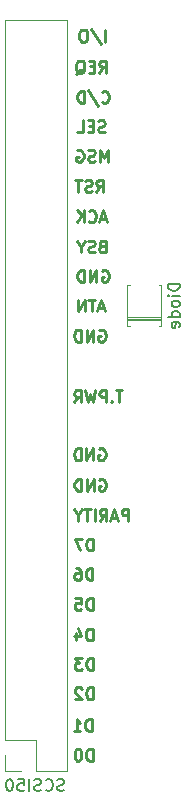
<source format=gbr>
%TF.GenerationSoftware,KiCad,Pcbnew,7.0.5-0*%
%TF.CreationDate,2023-05-30T18:10:53-04:00*%
%TF.ProjectId,SCSI adapter version 3,53435349-2061-4646-9170-746572207665,rev?*%
%TF.SameCoordinates,Original*%
%TF.FileFunction,Legend,Bot*%
%TF.FilePolarity,Positive*%
%FSLAX46Y46*%
G04 Gerber Fmt 4.6, Leading zero omitted, Abs format (unit mm)*
G04 Created by KiCad (PCBNEW 7.0.5-0) date 2023-05-30 18:10:53*
%MOMM*%
%LPD*%
G01*
G04 APERTURE LIST*
%ADD10C,0.250000*%
%ADD11C,0.150000*%
%ADD12C,0.120000*%
G04 APERTURE END LIST*
D10*
X64785425Y-79344670D02*
X65118758Y-78868479D01*
X65356853Y-79344670D02*
X65356853Y-78344670D01*
X65356853Y-78344670D02*
X64975901Y-78344670D01*
X64975901Y-78344670D02*
X64880663Y-78392289D01*
X64880663Y-78392289D02*
X64833044Y-78439908D01*
X64833044Y-78439908D02*
X64785425Y-78535146D01*
X64785425Y-78535146D02*
X64785425Y-78678003D01*
X64785425Y-78678003D02*
X64833044Y-78773241D01*
X64833044Y-78773241D02*
X64880663Y-78820860D01*
X64880663Y-78820860D02*
X64975901Y-78868479D01*
X64975901Y-78868479D02*
X65356853Y-78868479D01*
X64356853Y-78820860D02*
X64023520Y-78820860D01*
X63880663Y-79344670D02*
X64356853Y-79344670D01*
X64356853Y-79344670D02*
X64356853Y-78344670D01*
X64356853Y-78344670D02*
X63880663Y-78344670D01*
X62785425Y-79439908D02*
X62880663Y-79392289D01*
X62880663Y-79392289D02*
X62975901Y-79297051D01*
X62975901Y-79297051D02*
X63118758Y-79154193D01*
X63118758Y-79154193D02*
X63213996Y-79106574D01*
X63213996Y-79106574D02*
X63309234Y-79106574D01*
X63261615Y-79344670D02*
X63356853Y-79297051D01*
X63356853Y-79297051D02*
X63452091Y-79201812D01*
X63452091Y-79201812D02*
X63499710Y-79011336D01*
X63499710Y-79011336D02*
X63499710Y-78678003D01*
X63499710Y-78678003D02*
X63452091Y-78487527D01*
X63452091Y-78487527D02*
X63356853Y-78392289D01*
X63356853Y-78392289D02*
X63261615Y-78344670D01*
X63261615Y-78344670D02*
X63071139Y-78344670D01*
X63071139Y-78344670D02*
X62975901Y-78392289D01*
X62975901Y-78392289D02*
X62880663Y-78487527D01*
X62880663Y-78487527D02*
X62833044Y-78678003D01*
X62833044Y-78678003D02*
X62833044Y-79011336D01*
X62833044Y-79011336D02*
X62880663Y-79201812D01*
X62880663Y-79201812D02*
X62975901Y-79297051D01*
X62975901Y-79297051D02*
X63071139Y-79344670D01*
X63071139Y-79344670D02*
X63261615Y-79344670D01*
X64202230Y-137607350D02*
X64202230Y-136607350D01*
X64202230Y-136607350D02*
X63964135Y-136607350D01*
X63964135Y-136607350D02*
X63821278Y-136654969D01*
X63821278Y-136654969D02*
X63726040Y-136750207D01*
X63726040Y-136750207D02*
X63678421Y-136845445D01*
X63678421Y-136845445D02*
X63630802Y-137035921D01*
X63630802Y-137035921D02*
X63630802Y-137178778D01*
X63630802Y-137178778D02*
X63678421Y-137369254D01*
X63678421Y-137369254D02*
X63726040Y-137464492D01*
X63726040Y-137464492D02*
X63821278Y-137559731D01*
X63821278Y-137559731D02*
X63964135Y-137607350D01*
X63964135Y-137607350D02*
X64202230Y-137607350D01*
X63011754Y-136607350D02*
X62916516Y-136607350D01*
X62916516Y-136607350D02*
X62821278Y-136654969D01*
X62821278Y-136654969D02*
X62773659Y-136702588D01*
X62773659Y-136702588D02*
X62726040Y-136797826D01*
X62726040Y-136797826D02*
X62678421Y-136988302D01*
X62678421Y-136988302D02*
X62678421Y-137226397D01*
X62678421Y-137226397D02*
X62726040Y-137416873D01*
X62726040Y-137416873D02*
X62773659Y-137512111D01*
X62773659Y-137512111D02*
X62821278Y-137559731D01*
X62821278Y-137559731D02*
X62916516Y-137607350D01*
X62916516Y-137607350D02*
X63011754Y-137607350D01*
X63011754Y-137607350D02*
X63106992Y-137559731D01*
X63106992Y-137559731D02*
X63154611Y-137512111D01*
X63154611Y-137512111D02*
X63202230Y-137416873D01*
X63202230Y-137416873D02*
X63249849Y-137226397D01*
X63249849Y-137226397D02*
X63249849Y-136988302D01*
X63249849Y-136988302D02*
X63202230Y-136797826D01*
X63202230Y-136797826D02*
X63154611Y-136702588D01*
X63154611Y-136702588D02*
X63106992Y-136654969D01*
X63106992Y-136654969D02*
X63011754Y-136607350D01*
X64238094Y-129932506D02*
X64238094Y-128932506D01*
X64238094Y-128932506D02*
X63999999Y-128932506D01*
X63999999Y-128932506D02*
X63857142Y-128980125D01*
X63857142Y-128980125D02*
X63761904Y-129075363D01*
X63761904Y-129075363D02*
X63714285Y-129170601D01*
X63714285Y-129170601D02*
X63666666Y-129361077D01*
X63666666Y-129361077D02*
X63666666Y-129503934D01*
X63666666Y-129503934D02*
X63714285Y-129694410D01*
X63714285Y-129694410D02*
X63761904Y-129789648D01*
X63761904Y-129789648D02*
X63857142Y-129884887D01*
X63857142Y-129884887D02*
X63999999Y-129932506D01*
X63999999Y-129932506D02*
X64238094Y-129932506D01*
X63333332Y-128932506D02*
X62714285Y-128932506D01*
X62714285Y-128932506D02*
X63047618Y-129313458D01*
X63047618Y-129313458D02*
X62904761Y-129313458D01*
X62904761Y-129313458D02*
X62809523Y-129361077D01*
X62809523Y-129361077D02*
X62761904Y-129408696D01*
X62761904Y-129408696D02*
X62714285Y-129503934D01*
X62714285Y-129503934D02*
X62714285Y-129742029D01*
X62714285Y-129742029D02*
X62761904Y-129837267D01*
X62761904Y-129837267D02*
X62809523Y-129884887D01*
X62809523Y-129884887D02*
X62904761Y-129932506D01*
X62904761Y-129932506D02*
X63190475Y-129932506D01*
X63190475Y-129932506D02*
X63285713Y-129884887D01*
X63285713Y-129884887D02*
X63333332Y-129837267D01*
X64749398Y-101166838D02*
X64844636Y-101119219D01*
X64844636Y-101119219D02*
X64987493Y-101119219D01*
X64987493Y-101119219D02*
X65130350Y-101166838D01*
X65130350Y-101166838D02*
X65225588Y-101262076D01*
X65225588Y-101262076D02*
X65273207Y-101357314D01*
X65273207Y-101357314D02*
X65320826Y-101547790D01*
X65320826Y-101547790D02*
X65320826Y-101690647D01*
X65320826Y-101690647D02*
X65273207Y-101881123D01*
X65273207Y-101881123D02*
X65225588Y-101976361D01*
X65225588Y-101976361D02*
X65130350Y-102071600D01*
X65130350Y-102071600D02*
X64987493Y-102119219D01*
X64987493Y-102119219D02*
X64892255Y-102119219D01*
X64892255Y-102119219D02*
X64749398Y-102071600D01*
X64749398Y-102071600D02*
X64701779Y-102023980D01*
X64701779Y-102023980D02*
X64701779Y-101690647D01*
X64701779Y-101690647D02*
X64892255Y-101690647D01*
X64273207Y-102119219D02*
X64273207Y-101119219D01*
X64273207Y-101119219D02*
X63701779Y-102119219D01*
X63701779Y-102119219D02*
X63701779Y-101119219D01*
X63225588Y-102119219D02*
X63225588Y-101119219D01*
X63225588Y-101119219D02*
X62987493Y-101119219D01*
X62987493Y-101119219D02*
X62844636Y-101166838D01*
X62844636Y-101166838D02*
X62749398Y-101262076D01*
X62749398Y-101262076D02*
X62701779Y-101357314D01*
X62701779Y-101357314D02*
X62654160Y-101547790D01*
X62654160Y-101547790D02*
X62654160Y-101690647D01*
X62654160Y-101690647D02*
X62701779Y-101881123D01*
X62701779Y-101881123D02*
X62749398Y-101976361D01*
X62749398Y-101976361D02*
X62844636Y-102071600D01*
X62844636Y-102071600D02*
X62987493Y-102119219D01*
X62987493Y-102119219D02*
X63225588Y-102119219D01*
X64735281Y-111218785D02*
X64830519Y-111171166D01*
X64830519Y-111171166D02*
X64973376Y-111171166D01*
X64973376Y-111171166D02*
X65116233Y-111218785D01*
X65116233Y-111218785D02*
X65211471Y-111314023D01*
X65211471Y-111314023D02*
X65259090Y-111409261D01*
X65259090Y-111409261D02*
X65306709Y-111599737D01*
X65306709Y-111599737D02*
X65306709Y-111742594D01*
X65306709Y-111742594D02*
X65259090Y-111933070D01*
X65259090Y-111933070D02*
X65211471Y-112028308D01*
X65211471Y-112028308D02*
X65116233Y-112123547D01*
X65116233Y-112123547D02*
X64973376Y-112171166D01*
X64973376Y-112171166D02*
X64878138Y-112171166D01*
X64878138Y-112171166D02*
X64735281Y-112123547D01*
X64735281Y-112123547D02*
X64687662Y-112075927D01*
X64687662Y-112075927D02*
X64687662Y-111742594D01*
X64687662Y-111742594D02*
X64878138Y-111742594D01*
X64259090Y-112171166D02*
X64259090Y-111171166D01*
X64259090Y-111171166D02*
X63687662Y-112171166D01*
X63687662Y-112171166D02*
X63687662Y-111171166D01*
X63211471Y-112171166D02*
X63211471Y-111171166D01*
X63211471Y-111171166D02*
X62973376Y-111171166D01*
X62973376Y-111171166D02*
X62830519Y-111218785D01*
X62830519Y-111218785D02*
X62735281Y-111314023D01*
X62735281Y-111314023D02*
X62687662Y-111409261D01*
X62687662Y-111409261D02*
X62640043Y-111599737D01*
X62640043Y-111599737D02*
X62640043Y-111742594D01*
X62640043Y-111742594D02*
X62687662Y-111933070D01*
X62687662Y-111933070D02*
X62735281Y-112028308D01*
X62735281Y-112028308D02*
X62830519Y-112123547D01*
X62830519Y-112123547D02*
X62973376Y-112171166D01*
X62973376Y-112171166D02*
X63211471Y-112171166D01*
X64194781Y-122304044D02*
X64194781Y-121304044D01*
X64194781Y-121304044D02*
X63956686Y-121304044D01*
X63956686Y-121304044D02*
X63813829Y-121351663D01*
X63813829Y-121351663D02*
X63718591Y-121446901D01*
X63718591Y-121446901D02*
X63670972Y-121542139D01*
X63670972Y-121542139D02*
X63623353Y-121732615D01*
X63623353Y-121732615D02*
X63623353Y-121875472D01*
X63623353Y-121875472D02*
X63670972Y-122065948D01*
X63670972Y-122065948D02*
X63718591Y-122161186D01*
X63718591Y-122161186D02*
X63813829Y-122256425D01*
X63813829Y-122256425D02*
X63956686Y-122304044D01*
X63956686Y-122304044D02*
X64194781Y-122304044D01*
X62766210Y-121304044D02*
X62956686Y-121304044D01*
X62956686Y-121304044D02*
X63051924Y-121351663D01*
X63051924Y-121351663D02*
X63099543Y-121399282D01*
X63099543Y-121399282D02*
X63194781Y-121542139D01*
X63194781Y-121542139D02*
X63242400Y-121732615D01*
X63242400Y-121732615D02*
X63242400Y-122113567D01*
X63242400Y-122113567D02*
X63194781Y-122208805D01*
X63194781Y-122208805D02*
X63147162Y-122256425D01*
X63147162Y-122256425D02*
X63051924Y-122304044D01*
X63051924Y-122304044D02*
X62861448Y-122304044D01*
X62861448Y-122304044D02*
X62766210Y-122256425D01*
X62766210Y-122256425D02*
X62718591Y-122208805D01*
X62718591Y-122208805D02*
X62670972Y-122113567D01*
X62670972Y-122113567D02*
X62670972Y-121875472D01*
X62670972Y-121875472D02*
X62718591Y-121780234D01*
X62718591Y-121780234D02*
X62766210Y-121732615D01*
X62766210Y-121732615D02*
X62861448Y-121684996D01*
X62861448Y-121684996D02*
X63051924Y-121684996D01*
X63051924Y-121684996D02*
X63147162Y-121732615D01*
X63147162Y-121732615D02*
X63194781Y-121780234D01*
X63194781Y-121780234D02*
X63242400Y-121875472D01*
X64535113Y-89452107D02*
X64868446Y-88975916D01*
X65106541Y-89452107D02*
X65106541Y-88452107D01*
X65106541Y-88452107D02*
X64725589Y-88452107D01*
X64725589Y-88452107D02*
X64630351Y-88499726D01*
X64630351Y-88499726D02*
X64582732Y-88547345D01*
X64582732Y-88547345D02*
X64535113Y-88642583D01*
X64535113Y-88642583D02*
X64535113Y-88785440D01*
X64535113Y-88785440D02*
X64582732Y-88880678D01*
X64582732Y-88880678D02*
X64630351Y-88928297D01*
X64630351Y-88928297D02*
X64725589Y-88975916D01*
X64725589Y-88975916D02*
X65106541Y-88975916D01*
X64154160Y-89404488D02*
X64011303Y-89452107D01*
X64011303Y-89452107D02*
X63773208Y-89452107D01*
X63773208Y-89452107D02*
X63677970Y-89404488D01*
X63677970Y-89404488D02*
X63630351Y-89356868D01*
X63630351Y-89356868D02*
X63582732Y-89261630D01*
X63582732Y-89261630D02*
X63582732Y-89166392D01*
X63582732Y-89166392D02*
X63630351Y-89071154D01*
X63630351Y-89071154D02*
X63677970Y-89023535D01*
X63677970Y-89023535D02*
X63773208Y-88975916D01*
X63773208Y-88975916D02*
X63963684Y-88928297D01*
X63963684Y-88928297D02*
X64058922Y-88880678D01*
X64058922Y-88880678D02*
X64106541Y-88833059D01*
X64106541Y-88833059D02*
X64154160Y-88737821D01*
X64154160Y-88737821D02*
X64154160Y-88642583D01*
X64154160Y-88642583D02*
X64106541Y-88547345D01*
X64106541Y-88547345D02*
X64058922Y-88499726D01*
X64058922Y-88499726D02*
X63963684Y-88452107D01*
X63963684Y-88452107D02*
X63725589Y-88452107D01*
X63725589Y-88452107D02*
X63582732Y-88499726D01*
X63297017Y-88452107D02*
X62725589Y-88452107D01*
X63011303Y-89452107D02*
X63011303Y-88452107D01*
X64202230Y-124839852D02*
X64202230Y-123839852D01*
X64202230Y-123839852D02*
X63964135Y-123839852D01*
X63964135Y-123839852D02*
X63821278Y-123887471D01*
X63821278Y-123887471D02*
X63726040Y-123982709D01*
X63726040Y-123982709D02*
X63678421Y-124077947D01*
X63678421Y-124077947D02*
X63630802Y-124268423D01*
X63630802Y-124268423D02*
X63630802Y-124411280D01*
X63630802Y-124411280D02*
X63678421Y-124601756D01*
X63678421Y-124601756D02*
X63726040Y-124696994D01*
X63726040Y-124696994D02*
X63821278Y-124792233D01*
X63821278Y-124792233D02*
X63964135Y-124839852D01*
X63964135Y-124839852D02*
X64202230Y-124839852D01*
X62726040Y-123839852D02*
X63202230Y-123839852D01*
X63202230Y-123839852D02*
X63249849Y-124316042D01*
X63249849Y-124316042D02*
X63202230Y-124268423D01*
X63202230Y-124268423D02*
X63106992Y-124220804D01*
X63106992Y-124220804D02*
X62868897Y-124220804D01*
X62868897Y-124220804D02*
X62773659Y-124268423D01*
X62773659Y-124268423D02*
X62726040Y-124316042D01*
X62726040Y-124316042D02*
X62678421Y-124411280D01*
X62678421Y-124411280D02*
X62678421Y-124649375D01*
X62678421Y-124649375D02*
X62726040Y-124744613D01*
X62726040Y-124744613D02*
X62773659Y-124792233D01*
X62773659Y-124792233D02*
X62868897Y-124839852D01*
X62868897Y-124839852D02*
X63106992Y-124839852D01*
X63106992Y-124839852D02*
X63202230Y-124792233D01*
X63202230Y-124792233D02*
X63249849Y-124744613D01*
X65011929Y-96113119D02*
X65107167Y-96065500D01*
X65107167Y-96065500D02*
X65250024Y-96065500D01*
X65250024Y-96065500D02*
X65392881Y-96113119D01*
X65392881Y-96113119D02*
X65488119Y-96208357D01*
X65488119Y-96208357D02*
X65535738Y-96303595D01*
X65535738Y-96303595D02*
X65583357Y-96494071D01*
X65583357Y-96494071D02*
X65583357Y-96636928D01*
X65583357Y-96636928D02*
X65535738Y-96827404D01*
X65535738Y-96827404D02*
X65488119Y-96922642D01*
X65488119Y-96922642D02*
X65392881Y-97017881D01*
X65392881Y-97017881D02*
X65250024Y-97065500D01*
X65250024Y-97065500D02*
X65154786Y-97065500D01*
X65154786Y-97065500D02*
X65011929Y-97017881D01*
X65011929Y-97017881D02*
X64964310Y-96970261D01*
X64964310Y-96970261D02*
X64964310Y-96636928D01*
X64964310Y-96636928D02*
X65154786Y-96636928D01*
X64535738Y-97065500D02*
X64535738Y-96065500D01*
X64535738Y-96065500D02*
X63964310Y-97065500D01*
X63964310Y-97065500D02*
X63964310Y-96065500D01*
X63488119Y-97065500D02*
X63488119Y-96065500D01*
X63488119Y-96065500D02*
X63250024Y-96065500D01*
X63250024Y-96065500D02*
X63107167Y-96113119D01*
X63107167Y-96113119D02*
X63011929Y-96208357D01*
X63011929Y-96208357D02*
X62964310Y-96303595D01*
X62964310Y-96303595D02*
X62916691Y-96494071D01*
X62916691Y-96494071D02*
X62916691Y-96636928D01*
X62916691Y-96636928D02*
X62964310Y-96827404D01*
X62964310Y-96827404D02*
X63011929Y-96922642D01*
X63011929Y-96922642D02*
X63107167Y-97017881D01*
X63107167Y-97017881D02*
X63250024Y-97065500D01*
X63250024Y-97065500D02*
X63488119Y-97065500D01*
X64252191Y-119806706D02*
X64252191Y-118806706D01*
X64252191Y-118806706D02*
X64014096Y-118806706D01*
X64014096Y-118806706D02*
X63871239Y-118854325D01*
X63871239Y-118854325D02*
X63776001Y-118949563D01*
X63776001Y-118949563D02*
X63728382Y-119044801D01*
X63728382Y-119044801D02*
X63680763Y-119235277D01*
X63680763Y-119235277D02*
X63680763Y-119378134D01*
X63680763Y-119378134D02*
X63728382Y-119568610D01*
X63728382Y-119568610D02*
X63776001Y-119663848D01*
X63776001Y-119663848D02*
X63871239Y-119759087D01*
X63871239Y-119759087D02*
X64014096Y-119806706D01*
X64014096Y-119806706D02*
X64252191Y-119806706D01*
X63347429Y-118806706D02*
X62680763Y-118806706D01*
X62680763Y-118806706D02*
X63109334Y-119806706D01*
X65493915Y-86892431D02*
X65493915Y-85892431D01*
X65493915Y-85892431D02*
X65160582Y-86606716D01*
X65160582Y-86606716D02*
X64827249Y-85892431D01*
X64827249Y-85892431D02*
X64827249Y-86892431D01*
X64398677Y-86844812D02*
X64255820Y-86892431D01*
X64255820Y-86892431D02*
X64017725Y-86892431D01*
X64017725Y-86892431D02*
X63922487Y-86844812D01*
X63922487Y-86844812D02*
X63874868Y-86797192D01*
X63874868Y-86797192D02*
X63827249Y-86701954D01*
X63827249Y-86701954D02*
X63827249Y-86606716D01*
X63827249Y-86606716D02*
X63874868Y-86511478D01*
X63874868Y-86511478D02*
X63922487Y-86463859D01*
X63922487Y-86463859D02*
X64017725Y-86416240D01*
X64017725Y-86416240D02*
X64208201Y-86368621D01*
X64208201Y-86368621D02*
X64303439Y-86321002D01*
X64303439Y-86321002D02*
X64351058Y-86273383D01*
X64351058Y-86273383D02*
X64398677Y-86178145D01*
X64398677Y-86178145D02*
X64398677Y-86082907D01*
X64398677Y-86082907D02*
X64351058Y-85987669D01*
X64351058Y-85987669D02*
X64303439Y-85940050D01*
X64303439Y-85940050D02*
X64208201Y-85892431D01*
X64208201Y-85892431D02*
X63970106Y-85892431D01*
X63970106Y-85892431D02*
X63827249Y-85940050D01*
X62874868Y-85940050D02*
X62970106Y-85892431D01*
X62970106Y-85892431D02*
X63112963Y-85892431D01*
X63112963Y-85892431D02*
X63255820Y-85940050D01*
X63255820Y-85940050D02*
X63351058Y-86035288D01*
X63351058Y-86035288D02*
X63398677Y-86130526D01*
X63398677Y-86130526D02*
X63446296Y-86321002D01*
X63446296Y-86321002D02*
X63446296Y-86463859D01*
X63446296Y-86463859D02*
X63398677Y-86654335D01*
X63398677Y-86654335D02*
X63351058Y-86749573D01*
X63351058Y-86749573D02*
X63255820Y-86844812D01*
X63255820Y-86844812D02*
X63112963Y-86892431D01*
X63112963Y-86892431D02*
X63017725Y-86892431D01*
X63017725Y-86892431D02*
X62874868Y-86844812D01*
X62874868Y-86844812D02*
X62827249Y-86797192D01*
X62827249Y-86797192D02*
X62827249Y-86463859D01*
X62827249Y-86463859D02*
X63017725Y-86463859D01*
X65195982Y-99273828D02*
X64719792Y-99273828D01*
X65291220Y-99559543D02*
X64957887Y-98559543D01*
X64957887Y-98559543D02*
X64624554Y-99559543D01*
X64434077Y-98559543D02*
X63862649Y-98559543D01*
X64148363Y-99559543D02*
X64148363Y-98559543D01*
X63529315Y-99559543D02*
X63529315Y-98559543D01*
X63529315Y-98559543D02*
X62957887Y-99559543D01*
X62957887Y-99559543D02*
X62957887Y-98559543D01*
X65232010Y-76719362D02*
X65232010Y-75719362D01*
X64041535Y-75671743D02*
X64898677Y-76957457D01*
X63517725Y-75719362D02*
X63327249Y-75719362D01*
X63327249Y-75719362D02*
X63232011Y-75766981D01*
X63232011Y-75766981D02*
X63136773Y-75862219D01*
X63136773Y-75862219D02*
X63089154Y-76052695D01*
X63089154Y-76052695D02*
X63089154Y-76386028D01*
X63089154Y-76386028D02*
X63136773Y-76576504D01*
X63136773Y-76576504D02*
X63232011Y-76671743D01*
X63232011Y-76671743D02*
X63327249Y-76719362D01*
X63327249Y-76719362D02*
X63517725Y-76719362D01*
X63517725Y-76719362D02*
X63612963Y-76671743D01*
X63612963Y-76671743D02*
X63708201Y-76576504D01*
X63708201Y-76576504D02*
X63755820Y-76386028D01*
X63755820Y-76386028D02*
X63755820Y-76052695D01*
X63755820Y-76052695D02*
X63708201Y-75862219D01*
X63708201Y-75862219D02*
X63612963Y-75766981D01*
X63612963Y-75766981D02*
X63517725Y-75719362D01*
X66739161Y-106260085D02*
X66167733Y-106260085D01*
X66453447Y-107260085D02*
X66453447Y-106260085D01*
X65834399Y-107164846D02*
X65786780Y-107212466D01*
X65786780Y-107212466D02*
X65834399Y-107260085D01*
X65834399Y-107260085D02*
X65882018Y-107212466D01*
X65882018Y-107212466D02*
X65834399Y-107164846D01*
X65834399Y-107164846D02*
X65834399Y-107260085D01*
X65358209Y-107260085D02*
X65358209Y-106260085D01*
X65358209Y-106260085D02*
X64977257Y-106260085D01*
X64977257Y-106260085D02*
X64882019Y-106307704D01*
X64882019Y-106307704D02*
X64834400Y-106355323D01*
X64834400Y-106355323D02*
X64786781Y-106450561D01*
X64786781Y-106450561D02*
X64786781Y-106593418D01*
X64786781Y-106593418D02*
X64834400Y-106688656D01*
X64834400Y-106688656D02*
X64882019Y-106736275D01*
X64882019Y-106736275D02*
X64977257Y-106783894D01*
X64977257Y-106783894D02*
X65358209Y-106783894D01*
X64453447Y-106260085D02*
X64215352Y-107260085D01*
X64215352Y-107260085D02*
X64024876Y-106545799D01*
X64024876Y-106545799D02*
X63834400Y-107260085D01*
X63834400Y-107260085D02*
X63596305Y-106260085D01*
X62643924Y-107260085D02*
X62977257Y-106783894D01*
X63215352Y-107260085D02*
X63215352Y-106260085D01*
X63215352Y-106260085D02*
X62834400Y-106260085D01*
X62834400Y-106260085D02*
X62739162Y-106307704D01*
X62739162Y-106307704D02*
X62691543Y-106355323D01*
X62691543Y-106355323D02*
X62643924Y-106450561D01*
X62643924Y-106450561D02*
X62643924Y-106593418D01*
X62643924Y-106593418D02*
X62691543Y-106688656D01*
X62691543Y-106688656D02*
X62739162Y-106736275D01*
X62739162Y-106736275D02*
X62834400Y-106783894D01*
X62834400Y-106783894D02*
X63215352Y-106783894D01*
X64763986Y-113802238D02*
X64859224Y-113754619D01*
X64859224Y-113754619D02*
X65002081Y-113754619D01*
X65002081Y-113754619D02*
X65144938Y-113802238D01*
X65144938Y-113802238D02*
X65240176Y-113897476D01*
X65240176Y-113897476D02*
X65287795Y-113992714D01*
X65287795Y-113992714D02*
X65335414Y-114183190D01*
X65335414Y-114183190D02*
X65335414Y-114326047D01*
X65335414Y-114326047D02*
X65287795Y-114516523D01*
X65287795Y-114516523D02*
X65240176Y-114611761D01*
X65240176Y-114611761D02*
X65144938Y-114707000D01*
X65144938Y-114707000D02*
X65002081Y-114754619D01*
X65002081Y-114754619D02*
X64906843Y-114754619D01*
X64906843Y-114754619D02*
X64763986Y-114707000D01*
X64763986Y-114707000D02*
X64716367Y-114659380D01*
X64716367Y-114659380D02*
X64716367Y-114326047D01*
X64716367Y-114326047D02*
X64906843Y-114326047D01*
X64287795Y-114754619D02*
X64287795Y-113754619D01*
X64287795Y-113754619D02*
X63716367Y-114754619D01*
X63716367Y-114754619D02*
X63716367Y-113754619D01*
X63240176Y-114754619D02*
X63240176Y-113754619D01*
X63240176Y-113754619D02*
X63002081Y-113754619D01*
X63002081Y-113754619D02*
X62859224Y-113802238D01*
X62859224Y-113802238D02*
X62763986Y-113897476D01*
X62763986Y-113897476D02*
X62716367Y-113992714D01*
X62716367Y-113992714D02*
X62668748Y-114183190D01*
X62668748Y-114183190D02*
X62668748Y-114326047D01*
X62668748Y-114326047D02*
X62716367Y-114516523D01*
X62716367Y-114516523D02*
X62763986Y-114611761D01*
X62763986Y-114611761D02*
X62859224Y-114707000D01*
X62859224Y-114707000D02*
X63002081Y-114754619D01*
X63002081Y-114754619D02*
X63240176Y-114754619D01*
X64130502Y-135096887D02*
X64130502Y-134096887D01*
X64130502Y-134096887D02*
X63892407Y-134096887D01*
X63892407Y-134096887D02*
X63749550Y-134144506D01*
X63749550Y-134144506D02*
X63654312Y-134239744D01*
X63654312Y-134239744D02*
X63606693Y-134334982D01*
X63606693Y-134334982D02*
X63559074Y-134525458D01*
X63559074Y-134525458D02*
X63559074Y-134668315D01*
X63559074Y-134668315D02*
X63606693Y-134858791D01*
X63606693Y-134858791D02*
X63654312Y-134954029D01*
X63654312Y-134954029D02*
X63749550Y-135049268D01*
X63749550Y-135049268D02*
X63892407Y-135096887D01*
X63892407Y-135096887D02*
X64130502Y-135096887D01*
X62606693Y-135096887D02*
X63178121Y-135096887D01*
X62892407Y-135096887D02*
X62892407Y-134096887D01*
X62892407Y-134096887D02*
X62987645Y-134239744D01*
X62987645Y-134239744D02*
X63082883Y-134334982D01*
X63082883Y-134334982D02*
X63178121Y-134382601D01*
X64238094Y-132407105D02*
X64238094Y-131407105D01*
X64238094Y-131407105D02*
X63999999Y-131407105D01*
X63999999Y-131407105D02*
X63857142Y-131454724D01*
X63857142Y-131454724D02*
X63761904Y-131549962D01*
X63761904Y-131549962D02*
X63714285Y-131645200D01*
X63714285Y-131645200D02*
X63666666Y-131835676D01*
X63666666Y-131835676D02*
X63666666Y-131978533D01*
X63666666Y-131978533D02*
X63714285Y-132169009D01*
X63714285Y-132169009D02*
X63761904Y-132264247D01*
X63761904Y-132264247D02*
X63857142Y-132359486D01*
X63857142Y-132359486D02*
X63999999Y-132407105D01*
X63999999Y-132407105D02*
X64238094Y-132407105D01*
X63285713Y-131502343D02*
X63238094Y-131454724D01*
X63238094Y-131454724D02*
X63142856Y-131407105D01*
X63142856Y-131407105D02*
X62904761Y-131407105D01*
X62904761Y-131407105D02*
X62809523Y-131454724D01*
X62809523Y-131454724D02*
X62761904Y-131502343D01*
X62761904Y-131502343D02*
X62714285Y-131597581D01*
X62714285Y-131597581D02*
X62714285Y-131692819D01*
X62714285Y-131692819D02*
X62761904Y-131835676D01*
X62761904Y-131835676D02*
X63333332Y-132407105D01*
X63333332Y-132407105D02*
X62714285Y-132407105D01*
X65017725Y-94047648D02*
X64874868Y-94095267D01*
X64874868Y-94095267D02*
X64827249Y-94142886D01*
X64827249Y-94142886D02*
X64779630Y-94238124D01*
X64779630Y-94238124D02*
X64779630Y-94380981D01*
X64779630Y-94380981D02*
X64827249Y-94476219D01*
X64827249Y-94476219D02*
X64874868Y-94523839D01*
X64874868Y-94523839D02*
X64970106Y-94571458D01*
X64970106Y-94571458D02*
X65351058Y-94571458D01*
X65351058Y-94571458D02*
X65351058Y-93571458D01*
X65351058Y-93571458D02*
X65017725Y-93571458D01*
X65017725Y-93571458D02*
X64922487Y-93619077D01*
X64922487Y-93619077D02*
X64874868Y-93666696D01*
X64874868Y-93666696D02*
X64827249Y-93761934D01*
X64827249Y-93761934D02*
X64827249Y-93857172D01*
X64827249Y-93857172D02*
X64874868Y-93952410D01*
X64874868Y-93952410D02*
X64922487Y-94000029D01*
X64922487Y-94000029D02*
X65017725Y-94047648D01*
X65017725Y-94047648D02*
X65351058Y-94047648D01*
X64398677Y-94523839D02*
X64255820Y-94571458D01*
X64255820Y-94571458D02*
X64017725Y-94571458D01*
X64017725Y-94571458D02*
X63922487Y-94523839D01*
X63922487Y-94523839D02*
X63874868Y-94476219D01*
X63874868Y-94476219D02*
X63827249Y-94380981D01*
X63827249Y-94380981D02*
X63827249Y-94285743D01*
X63827249Y-94285743D02*
X63874868Y-94190505D01*
X63874868Y-94190505D02*
X63922487Y-94142886D01*
X63922487Y-94142886D02*
X64017725Y-94095267D01*
X64017725Y-94095267D02*
X64208201Y-94047648D01*
X64208201Y-94047648D02*
X64303439Y-94000029D01*
X64303439Y-94000029D02*
X64351058Y-93952410D01*
X64351058Y-93952410D02*
X64398677Y-93857172D01*
X64398677Y-93857172D02*
X64398677Y-93761934D01*
X64398677Y-93761934D02*
X64351058Y-93666696D01*
X64351058Y-93666696D02*
X64303439Y-93619077D01*
X64303439Y-93619077D02*
X64208201Y-93571458D01*
X64208201Y-93571458D02*
X63970106Y-93571458D01*
X63970106Y-93571458D02*
X63827249Y-93619077D01*
X63208201Y-94095267D02*
X63208201Y-94571458D01*
X63541534Y-93571458D02*
X63208201Y-94095267D01*
X63208201Y-94095267D02*
X62874868Y-93571458D01*
X65261615Y-84350769D02*
X65118758Y-84398388D01*
X65118758Y-84398388D02*
X64880663Y-84398388D01*
X64880663Y-84398388D02*
X64785425Y-84350769D01*
X64785425Y-84350769D02*
X64737806Y-84303149D01*
X64737806Y-84303149D02*
X64690187Y-84207911D01*
X64690187Y-84207911D02*
X64690187Y-84112673D01*
X64690187Y-84112673D02*
X64737806Y-84017435D01*
X64737806Y-84017435D02*
X64785425Y-83969816D01*
X64785425Y-83969816D02*
X64880663Y-83922197D01*
X64880663Y-83922197D02*
X65071139Y-83874578D01*
X65071139Y-83874578D02*
X65166377Y-83826959D01*
X65166377Y-83826959D02*
X65213996Y-83779340D01*
X65213996Y-83779340D02*
X65261615Y-83684102D01*
X65261615Y-83684102D02*
X65261615Y-83588864D01*
X65261615Y-83588864D02*
X65213996Y-83493626D01*
X65213996Y-83493626D02*
X65166377Y-83446007D01*
X65166377Y-83446007D02*
X65071139Y-83398388D01*
X65071139Y-83398388D02*
X64833044Y-83398388D01*
X64833044Y-83398388D02*
X64690187Y-83446007D01*
X64261615Y-83874578D02*
X63928282Y-83874578D01*
X63785425Y-84398388D02*
X64261615Y-84398388D01*
X64261615Y-84398388D02*
X64261615Y-83398388D01*
X64261615Y-83398388D02*
X63785425Y-83398388D01*
X62880663Y-84398388D02*
X63356853Y-84398388D01*
X63356853Y-84398388D02*
X63356853Y-83398388D01*
X67239799Y-117322460D02*
X67239799Y-116322460D01*
X67239799Y-116322460D02*
X66858847Y-116322460D01*
X66858847Y-116322460D02*
X66763609Y-116370079D01*
X66763609Y-116370079D02*
X66715990Y-116417698D01*
X66715990Y-116417698D02*
X66668371Y-116512936D01*
X66668371Y-116512936D02*
X66668371Y-116655793D01*
X66668371Y-116655793D02*
X66715990Y-116751031D01*
X66715990Y-116751031D02*
X66763609Y-116798650D01*
X66763609Y-116798650D02*
X66858847Y-116846269D01*
X66858847Y-116846269D02*
X67239799Y-116846269D01*
X66287418Y-117036745D02*
X65811228Y-117036745D01*
X66382656Y-117322460D02*
X66049323Y-116322460D01*
X66049323Y-116322460D02*
X65715990Y-117322460D01*
X64811228Y-117322460D02*
X65144561Y-116846269D01*
X65382656Y-117322460D02*
X65382656Y-116322460D01*
X65382656Y-116322460D02*
X65001704Y-116322460D01*
X65001704Y-116322460D02*
X64906466Y-116370079D01*
X64906466Y-116370079D02*
X64858847Y-116417698D01*
X64858847Y-116417698D02*
X64811228Y-116512936D01*
X64811228Y-116512936D02*
X64811228Y-116655793D01*
X64811228Y-116655793D02*
X64858847Y-116751031D01*
X64858847Y-116751031D02*
X64906466Y-116798650D01*
X64906466Y-116798650D02*
X65001704Y-116846269D01*
X65001704Y-116846269D02*
X65382656Y-116846269D01*
X64382656Y-117322460D02*
X64382656Y-116322460D01*
X64049323Y-116322460D02*
X63477895Y-116322460D01*
X63763609Y-117322460D02*
X63763609Y-116322460D01*
X62954085Y-116846269D02*
X62954085Y-117322460D01*
X63287418Y-116322460D02*
X62954085Y-116846269D01*
X62954085Y-116846269D02*
X62620752Y-116322460D01*
X64202230Y-127422043D02*
X64202230Y-126422043D01*
X64202230Y-126422043D02*
X63964135Y-126422043D01*
X63964135Y-126422043D02*
X63821278Y-126469662D01*
X63821278Y-126469662D02*
X63726040Y-126564900D01*
X63726040Y-126564900D02*
X63678421Y-126660138D01*
X63678421Y-126660138D02*
X63630802Y-126850614D01*
X63630802Y-126850614D02*
X63630802Y-126993471D01*
X63630802Y-126993471D02*
X63678421Y-127183947D01*
X63678421Y-127183947D02*
X63726040Y-127279185D01*
X63726040Y-127279185D02*
X63821278Y-127374424D01*
X63821278Y-127374424D02*
X63964135Y-127422043D01*
X63964135Y-127422043D02*
X64202230Y-127422043D01*
X62773659Y-126755376D02*
X62773659Y-127422043D01*
X63011754Y-126374424D02*
X63249849Y-127088709D01*
X63249849Y-127088709D02*
X62630802Y-127088709D01*
X65356853Y-91726067D02*
X64880663Y-91726067D01*
X65452091Y-92011782D02*
X65118758Y-91011782D01*
X65118758Y-91011782D02*
X64785425Y-92011782D01*
X63880663Y-91916543D02*
X63928282Y-91964163D01*
X63928282Y-91964163D02*
X64071139Y-92011782D01*
X64071139Y-92011782D02*
X64166377Y-92011782D01*
X64166377Y-92011782D02*
X64309234Y-91964163D01*
X64309234Y-91964163D02*
X64404472Y-91868924D01*
X64404472Y-91868924D02*
X64452091Y-91773686D01*
X64452091Y-91773686D02*
X64499710Y-91583210D01*
X64499710Y-91583210D02*
X64499710Y-91440353D01*
X64499710Y-91440353D02*
X64452091Y-91249877D01*
X64452091Y-91249877D02*
X64404472Y-91154639D01*
X64404472Y-91154639D02*
X64309234Y-91059401D01*
X64309234Y-91059401D02*
X64166377Y-91011782D01*
X64166377Y-91011782D02*
X64071139Y-91011782D01*
X64071139Y-91011782D02*
X63928282Y-91059401D01*
X63928282Y-91059401D02*
X63880663Y-91107020D01*
X63452091Y-92011782D02*
X63452091Y-91011782D01*
X62880663Y-92011782D02*
X63309234Y-91440353D01*
X62880663Y-91011782D02*
X63452091Y-91583210D01*
X64964310Y-81809106D02*
X65011929Y-81856726D01*
X65011929Y-81856726D02*
X65154786Y-81904345D01*
X65154786Y-81904345D02*
X65250024Y-81904345D01*
X65250024Y-81904345D02*
X65392881Y-81856726D01*
X65392881Y-81856726D02*
X65488119Y-81761487D01*
X65488119Y-81761487D02*
X65535738Y-81666249D01*
X65535738Y-81666249D02*
X65583357Y-81475773D01*
X65583357Y-81475773D02*
X65583357Y-81332916D01*
X65583357Y-81332916D02*
X65535738Y-81142440D01*
X65535738Y-81142440D02*
X65488119Y-81047202D01*
X65488119Y-81047202D02*
X65392881Y-80951964D01*
X65392881Y-80951964D02*
X65250024Y-80904345D01*
X65250024Y-80904345D02*
X65154786Y-80904345D01*
X65154786Y-80904345D02*
X65011929Y-80951964D01*
X65011929Y-80951964D02*
X64964310Y-80999583D01*
X63821453Y-80856726D02*
X64678595Y-82142440D01*
X63488119Y-81904345D02*
X63488119Y-80904345D01*
X63488119Y-80904345D02*
X63250024Y-80904345D01*
X63250024Y-80904345D02*
X63107167Y-80951964D01*
X63107167Y-80951964D02*
X63011929Y-81047202D01*
X63011929Y-81047202D02*
X62964310Y-81142440D01*
X62964310Y-81142440D02*
X62916691Y-81332916D01*
X62916691Y-81332916D02*
X62916691Y-81475773D01*
X62916691Y-81475773D02*
X62964310Y-81666249D01*
X62964310Y-81666249D02*
X63011929Y-81761487D01*
X63011929Y-81761487D02*
X63107167Y-81856726D01*
X63107167Y-81856726D02*
X63250024Y-81904345D01*
X63250024Y-81904345D02*
X63488119Y-81904345D01*
D11*
%TO.C,SCSI50*%
X61803092Y-140107200D02*
X61660235Y-140154819D01*
X61660235Y-140154819D02*
X61422140Y-140154819D01*
X61422140Y-140154819D02*
X61326902Y-140107200D01*
X61326902Y-140107200D02*
X61279283Y-140059580D01*
X61279283Y-140059580D02*
X61231664Y-139964342D01*
X61231664Y-139964342D02*
X61231664Y-139869104D01*
X61231664Y-139869104D02*
X61279283Y-139773866D01*
X61279283Y-139773866D02*
X61326902Y-139726247D01*
X61326902Y-139726247D02*
X61422140Y-139678628D01*
X61422140Y-139678628D02*
X61612616Y-139631009D01*
X61612616Y-139631009D02*
X61707854Y-139583390D01*
X61707854Y-139583390D02*
X61755473Y-139535771D01*
X61755473Y-139535771D02*
X61803092Y-139440533D01*
X61803092Y-139440533D02*
X61803092Y-139345295D01*
X61803092Y-139345295D02*
X61755473Y-139250057D01*
X61755473Y-139250057D02*
X61707854Y-139202438D01*
X61707854Y-139202438D02*
X61612616Y-139154819D01*
X61612616Y-139154819D02*
X61374521Y-139154819D01*
X61374521Y-139154819D02*
X61231664Y-139202438D01*
X60231664Y-140059580D02*
X60279283Y-140107200D01*
X60279283Y-140107200D02*
X60422140Y-140154819D01*
X60422140Y-140154819D02*
X60517378Y-140154819D01*
X60517378Y-140154819D02*
X60660235Y-140107200D01*
X60660235Y-140107200D02*
X60755473Y-140011961D01*
X60755473Y-140011961D02*
X60803092Y-139916723D01*
X60803092Y-139916723D02*
X60850711Y-139726247D01*
X60850711Y-139726247D02*
X60850711Y-139583390D01*
X60850711Y-139583390D02*
X60803092Y-139392914D01*
X60803092Y-139392914D02*
X60755473Y-139297676D01*
X60755473Y-139297676D02*
X60660235Y-139202438D01*
X60660235Y-139202438D02*
X60517378Y-139154819D01*
X60517378Y-139154819D02*
X60422140Y-139154819D01*
X60422140Y-139154819D02*
X60279283Y-139202438D01*
X60279283Y-139202438D02*
X60231664Y-139250057D01*
X59850711Y-140107200D02*
X59707854Y-140154819D01*
X59707854Y-140154819D02*
X59469759Y-140154819D01*
X59469759Y-140154819D02*
X59374521Y-140107200D01*
X59374521Y-140107200D02*
X59326902Y-140059580D01*
X59326902Y-140059580D02*
X59279283Y-139964342D01*
X59279283Y-139964342D02*
X59279283Y-139869104D01*
X59279283Y-139869104D02*
X59326902Y-139773866D01*
X59326902Y-139773866D02*
X59374521Y-139726247D01*
X59374521Y-139726247D02*
X59469759Y-139678628D01*
X59469759Y-139678628D02*
X59660235Y-139631009D01*
X59660235Y-139631009D02*
X59755473Y-139583390D01*
X59755473Y-139583390D02*
X59803092Y-139535771D01*
X59803092Y-139535771D02*
X59850711Y-139440533D01*
X59850711Y-139440533D02*
X59850711Y-139345295D01*
X59850711Y-139345295D02*
X59803092Y-139250057D01*
X59803092Y-139250057D02*
X59755473Y-139202438D01*
X59755473Y-139202438D02*
X59660235Y-139154819D01*
X59660235Y-139154819D02*
X59422140Y-139154819D01*
X59422140Y-139154819D02*
X59279283Y-139202438D01*
X58850711Y-140154819D02*
X58850711Y-139154819D01*
X57898331Y-139154819D02*
X58374521Y-139154819D01*
X58374521Y-139154819D02*
X58422140Y-139631009D01*
X58422140Y-139631009D02*
X58374521Y-139583390D01*
X58374521Y-139583390D02*
X58279283Y-139535771D01*
X58279283Y-139535771D02*
X58041188Y-139535771D01*
X58041188Y-139535771D02*
X57945950Y-139583390D01*
X57945950Y-139583390D02*
X57898331Y-139631009D01*
X57898331Y-139631009D02*
X57850712Y-139726247D01*
X57850712Y-139726247D02*
X57850712Y-139964342D01*
X57850712Y-139964342D02*
X57898331Y-140059580D01*
X57898331Y-140059580D02*
X57945950Y-140107200D01*
X57945950Y-140107200D02*
X58041188Y-140154819D01*
X58041188Y-140154819D02*
X58279283Y-140154819D01*
X58279283Y-140154819D02*
X58374521Y-140107200D01*
X58374521Y-140107200D02*
X58422140Y-140059580D01*
X57231664Y-139154819D02*
X57136426Y-139154819D01*
X57136426Y-139154819D02*
X57041188Y-139202438D01*
X57041188Y-139202438D02*
X56993569Y-139250057D01*
X56993569Y-139250057D02*
X56945950Y-139345295D01*
X56945950Y-139345295D02*
X56898331Y-139535771D01*
X56898331Y-139535771D02*
X56898331Y-139773866D01*
X56898331Y-139773866D02*
X56945950Y-139964342D01*
X56945950Y-139964342D02*
X56993569Y-140059580D01*
X56993569Y-140059580D02*
X57041188Y-140107200D01*
X57041188Y-140107200D02*
X57136426Y-140154819D01*
X57136426Y-140154819D02*
X57231664Y-140154819D01*
X57231664Y-140154819D02*
X57326902Y-140107200D01*
X57326902Y-140107200D02*
X57374521Y-140059580D01*
X57374521Y-140059580D02*
X57422140Y-139964342D01*
X57422140Y-139964342D02*
X57469759Y-139773866D01*
X57469759Y-139773866D02*
X57469759Y-139535771D01*
X57469759Y-139535771D02*
X57422140Y-139345295D01*
X57422140Y-139345295D02*
X57374521Y-139250057D01*
X57374521Y-139250057D02*
X57326902Y-139202438D01*
X57326902Y-139202438D02*
X57231664Y-139154819D01*
%TO.C,Diode*%
X71574819Y-97226667D02*
X70574819Y-97226667D01*
X70574819Y-97226667D02*
X70574819Y-97464762D01*
X70574819Y-97464762D02*
X70622438Y-97607619D01*
X70622438Y-97607619D02*
X70717676Y-97702857D01*
X70717676Y-97702857D02*
X70812914Y-97750476D01*
X70812914Y-97750476D02*
X71003390Y-97798095D01*
X71003390Y-97798095D02*
X71146247Y-97798095D01*
X71146247Y-97798095D02*
X71336723Y-97750476D01*
X71336723Y-97750476D02*
X71431961Y-97702857D01*
X71431961Y-97702857D02*
X71527200Y-97607619D01*
X71527200Y-97607619D02*
X71574819Y-97464762D01*
X71574819Y-97464762D02*
X71574819Y-97226667D01*
X71574819Y-98226667D02*
X70908152Y-98226667D01*
X70574819Y-98226667D02*
X70622438Y-98179048D01*
X70622438Y-98179048D02*
X70670057Y-98226667D01*
X70670057Y-98226667D02*
X70622438Y-98274286D01*
X70622438Y-98274286D02*
X70574819Y-98226667D01*
X70574819Y-98226667D02*
X70670057Y-98226667D01*
X71574819Y-98845714D02*
X71527200Y-98750476D01*
X71527200Y-98750476D02*
X71479580Y-98702857D01*
X71479580Y-98702857D02*
X71384342Y-98655238D01*
X71384342Y-98655238D02*
X71098628Y-98655238D01*
X71098628Y-98655238D02*
X71003390Y-98702857D01*
X71003390Y-98702857D02*
X70955771Y-98750476D01*
X70955771Y-98750476D02*
X70908152Y-98845714D01*
X70908152Y-98845714D02*
X70908152Y-98988571D01*
X70908152Y-98988571D02*
X70955771Y-99083809D01*
X70955771Y-99083809D02*
X71003390Y-99131428D01*
X71003390Y-99131428D02*
X71098628Y-99179047D01*
X71098628Y-99179047D02*
X71384342Y-99179047D01*
X71384342Y-99179047D02*
X71479580Y-99131428D01*
X71479580Y-99131428D02*
X71527200Y-99083809D01*
X71527200Y-99083809D02*
X71574819Y-98988571D01*
X71574819Y-98988571D02*
X71574819Y-98845714D01*
X71574819Y-100036190D02*
X70574819Y-100036190D01*
X71527200Y-100036190D02*
X71574819Y-99940952D01*
X71574819Y-99940952D02*
X71574819Y-99750476D01*
X71574819Y-99750476D02*
X71527200Y-99655238D01*
X71527200Y-99655238D02*
X71479580Y-99607619D01*
X71479580Y-99607619D02*
X71384342Y-99560000D01*
X71384342Y-99560000D02*
X71098628Y-99560000D01*
X71098628Y-99560000D02*
X71003390Y-99607619D01*
X71003390Y-99607619D02*
X70955771Y-99655238D01*
X70955771Y-99655238D02*
X70908152Y-99750476D01*
X70908152Y-99750476D02*
X70908152Y-99940952D01*
X70908152Y-99940952D02*
X70955771Y-100036190D01*
X71527200Y-100893333D02*
X71574819Y-100798095D01*
X71574819Y-100798095D02*
X71574819Y-100607619D01*
X71574819Y-100607619D02*
X71527200Y-100512381D01*
X71527200Y-100512381D02*
X71431961Y-100464762D01*
X71431961Y-100464762D02*
X71051009Y-100464762D01*
X71051009Y-100464762D02*
X70955771Y-100512381D01*
X70955771Y-100512381D02*
X70908152Y-100607619D01*
X70908152Y-100607619D02*
X70908152Y-100798095D01*
X70908152Y-100798095D02*
X70955771Y-100893333D01*
X70955771Y-100893333D02*
X71051009Y-100940952D01*
X71051009Y-100940952D02*
X71146247Y-100940952D01*
X71146247Y-100940952D02*
X71241485Y-100464762D01*
D12*
%TO.C,SCSI50*%
X62003089Y-138490000D02*
X62003089Y-74870000D01*
X56803089Y-74870000D02*
X62003089Y-74870000D01*
X56803089Y-137160000D02*
X56803089Y-138490000D01*
X56803089Y-138490000D02*
X58133089Y-138490000D01*
X56803089Y-135890000D02*
X56803089Y-74870000D01*
X56803089Y-135890000D02*
X59403089Y-135890000D01*
X59403089Y-138490000D02*
X62003089Y-138490000D01*
X59403089Y-135890000D02*
X59403089Y-138490000D01*
%TO.C,Diode*%
X70000000Y-100780000D02*
X70000000Y-97340000D01*
X70000000Y-97340000D02*
X69820000Y-97340000D01*
X69820000Y-100780000D02*
X70000000Y-100780000D01*
X67160000Y-97340000D02*
X67340000Y-97340000D01*
X67160000Y-100780000D02*
X67160000Y-97340000D01*
X70000000Y-100180000D02*
X67160000Y-100180000D01*
X70000000Y-100060000D02*
X67160000Y-100060000D01*
X70000000Y-100300000D02*
X67160000Y-100300000D01*
X67340000Y-100780000D02*
X67160000Y-100780000D01*
%TD*%
M02*

</source>
